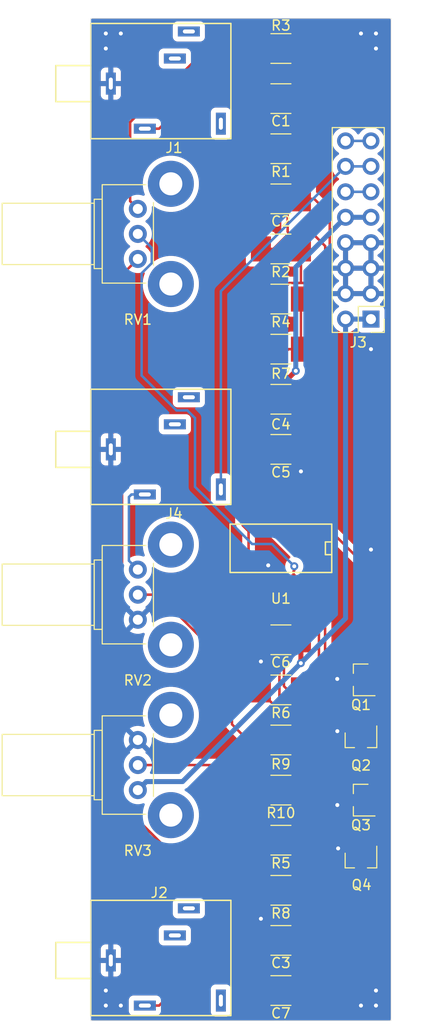
<source format=kicad_pcb>
(kicad_pcb (version 20241229) (generator "pcbnew") (generator_version "9.0")
  (layers (0 "F.Cu" signal) (2 "B.Cu" signal) (13 "F.Paste" user) (15 "B.Paste" user) (5 "F.SilkS" user "F.Silkscreen") (7 "B.SilkS" user "B.Silkscreen") (1 "F.Mask" user) (3 "B.Mask" user) (25 "Edge.Cuts" user))
  (net 0 "")
  (net 1 "Net-(C1-Pad2)")
  (net 2 "Net-(C1-Pad1)")
  (net 3 "Net-(C2-Pad1)")
  (net 4 "Net-(C3-Pad1)")
  (net 5 "GND")
  (net 6 "Net-(C4-Pad1)")
  (net 7 "Net-(C4-Pad2)")
  (net 8 "Net-(C5-Pad1)")
  (net 9 "Net-(C6-Pad2)")
  (net 10 "Net-(C7-Pad2)")
  (net 11 "Net-(C7-Pad1)")
  (net 12 "Net-(J1-Pad2)")
  (net 13 "Net-(J2-Pad2)")
  (net 14 "Net-(J3-Pad15)")
  (net 15 "Net-(J3-Pad13)")
  (net 16 "Net-(J3-Pad11)")
  (net 17 "Net-(J4-Pad3)")
  (net 18 "Net-(R1-Pad1)")
  (net 19 "Net-(R3-Pad1)")
  (net 20 "Net-(R4-Pad1)")
  (net 21 "Net-(R5-Pad2)")
  (net 22 "Net-(R10-Pad2)")
  (net 23 "Net-(R7-Pad1)")
  (net 24 "Net-(R8-Pad2)")
  (net 25 "Net-(R9-Pad1)")
  (net 26 "Net-(R10-Pad1)")
  (net 27 "Net-(RV1-Pad2)")
  (footprint "Capacitors_SMD:C_1210_HandSoldering" (layer "F.Cu") (at 19 8 180)
    (property "Reference" "C1" (at 0 -2.25 0) (layer "F.SilkS"))
    (property "Value" "10uF")
    (fp_line (start 1 -1.48) (end -1 -1.48) (stroke (width 0.12)) (layer "F.SilkS"))
    (fp_line (start -1 1.48) (end 1 1.48) (stroke (width 0.12)) (layer "F.SilkS"))
    (pad "1" smd rect (at -2 0 180) (size 2 2.5) (layers "F.Cu" "F.Mask" "F.Paste") (net 2 "Net-(C1-Pad1)"))
    (pad "2" smd rect (at 2 0 180) (size 2 2.5) (layers "F.Cu" "F.Mask" "F.Paste") (net 1 "Net-(C1-Pad2)"))
  )
  (footprint "Capacitors_SMD:C_1210_HandSoldering" (layer "F.Cu") (at 19 18 180)
    (property "Reference" "C2" (at 0 -2.25 0) (layer "F.SilkS"))
    (property "Value" "15uF")
    (fp_line (start 1 -1.48) (end -1 -1.48) (stroke (width 0.12)) (layer "F.SilkS"))
    (fp_line (start -1 1.48) (end 1 1.48) (stroke (width 0.12)) (layer "F.SilkS"))
    (pad "1" smd rect (at -2 0 180) (size 2 2.5) (layers "F.Cu" "F.Mask" "F.Paste") (net 3 "Net-(C2-Pad1)"))
    (pad "2" smd rect (at 2 0 180) (size 2 2.5) (layers "F.Cu" "F.Mask" "F.Paste") (net 2 "Net-(C1-Pad1)"))
  )
  (footprint "Capacitors_SMD:C_1210_HandSoldering" (layer "F.Cu") (at 19 92 180)
    (property "Reference" "C3" (at 0 -2.25 0) (layer "F.SilkS"))
    (property "Value" "100uF")
    (fp_line (start 1 -1.48) (end -1 -1.48) (stroke (width 0.12)) (layer "F.SilkS"))
    (fp_line (start -1 1.48) (end 1 1.48) (stroke (width 0.12)) (layer "F.SilkS"))
    (pad "1" smd rect (at -2 0 180) (size 2 2.5) (layers "F.Cu" "F.Mask" "F.Paste") (net 4 "Net-(C3-Pad1)"))
    (pad "2" smd rect (at 2 0 180) (size 2 2.5) (layers "F.Cu" "F.Mask" "F.Paste") (net 5 "GND"))
  )
  (footprint "Capacitors_SMD:C_1210_HandSoldering" (layer "F.Cu") (at 19 38)
    (property "Reference" "C4" (at -0.01046 2.50234 0) (layer "F.SilkS"))
    (property "Value" "15uF")
    (fp_line (start -1 1.48) (end 1 1.48) (stroke (width 0.12)) (layer "F.SilkS"))
    (fp_line (start 1 -1.48) (end -1 -1.48) (stroke (width 0.12)) (layer "F.SilkS"))
    (pad "1" smd rect (at -2 0) (size 2 2.5) (layers "F.Cu" "F.Mask" "F.Paste") (net 6 "Net-(C4-Pad1)"))
    (pad "2" smd rect (at 2 0) (size 2 2.5) (layers "F.Cu" "F.Mask" "F.Paste") (net 7 "Net-(C4-Pad2)"))
  )
  (footprint "Capacitors_SMD:C_1210_HandSoldering" (layer "F.Cu") (at 19 43)
    (property "Reference" "C5" (at -0.00254 2.28854 0) (layer "F.SilkS"))
    (property "Value" "100uF")
    (fp_line (start -1 1.48) (end 1 1.48) (stroke (width 0.12)) (layer "F.SilkS"))
    (fp_line (start 1 -1.48) (end -1 -1.48) (stroke (width 0.12)) (layer "F.SilkS"))
    (pad "1" smd rect (at -2 0) (size 2 2.5) (layers "F.Cu" "F.Mask" "F.Paste") (net 8 "Net-(C5-Pad1)"))
    (pad "2" smd rect (at 2 0) (size 2 2.5) (layers "F.Cu" "F.Mask" "F.Paste") (net 5 "GND"))
  )
  (footprint "Capacitors_SMD:C_1210_HandSoldering" (layer "F.Cu") (at 19 62)
    (property "Reference" "C6" (at -0.00254 2.25806 0) (layer "F.SilkS"))
    (property "Value" "100uF")
    (fp_line (start -1 1.48) (end 1 1.48) (stroke (width 0.12)) (layer "F.SilkS"))
    (fp_line (start 1 -1.48) (end -1 -1.48) (stroke (width 0.12)) (layer "F.SilkS"))
    (pad "1" smd rect (at -2 0) (size 2 2.5) (layers "F.Cu" "F.Mask" "F.Paste") (net 5 "GND"))
    (pad "2" smd rect (at 2 0) (size 2 2.5) (layers "F.Cu" "F.Mask" "F.Paste") (net 9 "Net-(C6-Pad2)"))
  )
  (footprint "Capacitors_SMD:C_1210_HandSoldering" (layer "F.Cu") (at 19 97)
    (property "Reference" "C7" (at -0.00508 2.2733 0) (layer "F.SilkS"))
    (property "Value" "10uF")
    (fp_line (start -1 1.48) (end 1 1.48) (stroke (width 0.12)) (layer "F.SilkS"))
    (fp_line (start 1 -1.48) (end -1 -1.48) (stroke (width 0.12)) (layer "F.SilkS"))
    (pad "1" smd rect (at -2 0) (size 2 2.5) (layers "F.Cu" "F.Mask" "F.Paste") (net 11 "Net-(C7-Pad1)"))
    (pad "2" smd rect (at 2 0) (size 2 2.5) (layers "F.Cu" "F.Mask" "F.Paste") (net 10 "Net-(C7-Pad2)"))
  )
  (footprint "Custom_Library:Mono_Jack_3.5mm_Switch_Switchcraft_35RAPC2AH3" (layer "F.Cu") (at 0 6.5)
    (property "Reference" "J1" (at 8.3185 6.4135 0) (layer "F.SilkS"))
    (property "Value" "AudioJack1_Switch")
    (fp_line (start -3.5 -1.8) (end -3.5 1.8) (stroke (width 0.15)) (layer "F.SilkS"))
    (fp_line (start 0 -6) (end 14 -6) (stroke (width 0.15)) (layer "F.SilkS"))
    (fp_line (start 0 -1.8) (end -3.5 -1.8) (stroke (width 0.15)) (layer "F.SilkS"))
    (fp_line (start 0 1.8) (end -3.5 1.8) (stroke (width 0.15)) (layer "F.SilkS"))
    (fp_line (start 0 5.5) (end 0 -6) (stroke (width 0.15)) (layer "F.SilkS"))
    (fp_line (start 14 -6) (end 14 5.5) (stroke (width 0.15)) (layer "F.SilkS"))
    (fp_line (start 14 5.5) (end 0 5.5) (stroke (width 0.15)) (layer "F.SilkS"))
    (pad "1" thru_hole rect (at 2 0) (size 1 2.2) (drill oval 0.4 1.2) (layers "*.Cu" "*.Mask") (net 5 "GND"))
    (pad "2" thru_hole rect (at 13 4) (size 1 2.2) (drill oval 0.4 1.2) (layers "*.Cu" "*.Mask") (net 12 "Net-(J1-Pad2)"))
    (pad "3" thru_hole rect (at 5.4 4.5) (size 2.2 1) (drill oval 1.2 0.4) (layers "*.Cu" "*.Mask") (net 1 "Net-(C1-Pad2)"))
    (pad "~" thru_hole rect (at 8.4 -2.5) (size 2.2 1) (drill oval 1.2 0.4) (layers "*.Cu" "*.Mask"))
    (pad "~" thru_hole rect (at 9.8 -5.2) (size 2.2 1) (drill oval 1.2 0.4) (layers "*.Cu" "*.Mask"))
  )
  (footprint "Custom_Library:Mono_Jack_3.5mm_Switch_Switchcraft_35RAPC2AH3" (layer "F.Cu") (at 0 94)
    (property "Reference" "J2" (at 6.83768 -6.75608 0) (layer "F.SilkS"))
    (property "Value" "AudioJack1_Switch")
    (fp_line (start -3.5 -1.8) (end -3.5 1.8) (stroke (width 0.15)) (layer "F.SilkS"))
    (fp_line (start 0 -6) (end 14 -6) (stroke (width 0.15)) (layer "F.SilkS"))
    (fp_line (start 0 -1.8) (end -3.5 -1.8) (stroke (width 0.15)) (layer "F.SilkS"))
    (fp_line (start 0 1.8) (end -3.5 1.8) (stroke (width 0.15)) (layer "F.SilkS"))
    (fp_line (start 0 5.5) (end 0 -6) (stroke (width 0.15)) (layer "F.SilkS"))
    (fp_line (start 14 -6) (end 14 5.5) (stroke (width 0.15)) (layer "F.SilkS"))
    (fp_line (start 14 5.5) (end 0 5.5) (stroke (width 0.15)) (layer "F.SilkS"))
    (pad "1" thru_hole rect (at 2 0) (size 1 2.2) (drill oval 0.4 1.2) (layers "*.Cu" "*.Mask") (net 5 "GND"))
    (pad "2" thru_hole rect (at 13 4) (size 1 2.2) (drill oval 0.4 1.2) (layers "*.Cu" "*.Mask") (net 13 "Net-(J2-Pad2)"))
    (pad "3" thru_hole rect (at 5.4 4.5) (size 2.2 1) (drill oval 1.2 0.4) (layers "*.Cu" "*.Mask") (net 11 "Net-(C7-Pad1)"))
    (pad "~" thru_hole rect (at 8.4 -2.5) (size 2.2 1) (drill oval 1.2 0.4) (layers "*.Cu" "*.Mask"))
    (pad "~" thru_hole rect (at 9.8 -5.2) (size 2.2 1) (drill oval 1.2 0.4) (layers "*.Cu" "*.Mask"))
  )
  (footprint "Pin_Headers:Pin_Header_Straight_2x08_Pitch2.54mm" (layer "F.Cu") (at 28 30 180)
    (property "Reference" "J3" (at 1.27 -2.33 0) (layer "F.SilkS"))
    (property "Value" "Conn_02x08_Odd_Even")
    (fp_line (start 3.87 -1.33) (end 3.87 19.11) (stroke (width 0.12)) (layer "F.SilkS"))
    (fp_line (start 1.27 1.27) (end 1.27 -1.33) (stroke (width 0.12)) (layer "F.SilkS"))
    (fp_line (start 1.27 -1.33) (end 3.87 -1.33) (stroke (width 0.12)) (layer "F.SilkS"))
    (fp_line (start -1.33 19.11) (end 3.87 19.11) (stroke (width 0.12)) (layer "F.SilkS"))
    (fp_line (start -1.33 1.27) (end 1.27 1.27) (stroke (width 0.12)) (layer "F.SilkS"))
    (fp_line (start -1.33 1.27) (end -1.33 19.11) (stroke (width 0.12)) (layer "F.SilkS"))
    (fp_line (start -1.33 0) (end -1.33 -1.33) (stroke (width 0.12)) (layer "F.SilkS"))
    (fp_line (start -1.33 -1.33) (end 0 -1.33) (stroke (width 0.12)) (layer "F.SilkS"))
    (pad "1" thru_hole rect (at 0 0 180) (size 1.7 1.7) (drill 1) (layers "*.Cu" "*.Mask") (net 9 "Net-(C6-Pad2)"))
    (pad "2" thru_hole oval (at 2.54 0 180) (size 1.7 1.7) (drill 1) (layers "*.Cu" "*.Mask") (net 9 "Net-(C6-Pad2)"))
    (pad "3" thru_hole oval (at 0 2.54 180) (size 1.7 1.7) (drill 1) (layers "*.Cu" "*.Mask") (net 5 "GND"))
    (pad "4" thru_hole oval (at 2.54 2.54 180) (size 1.7 1.7) (drill 1) (layers "*.Cu" "*.Mask") (net 5 "GND"))
    (pad "5" thru_hole oval (at 0 5.08 180) (size 1.7 1.7) (drill 1) (layers "*.Cu" "*.Mask") (net 5 "GND"))
    (pad "6" thru_hole oval (at 2.54 5.08 180) (size 1.7 1.7) (drill 1) (layers "*.Cu" "*.Mask") (net 5 "GND"))
    (pad "7" thru_hole oval (at 0 7.62 180) (size 1.7 1.7) (drill 1) (layers "*.Cu" "*.Mask") (net 5 "GND"))
    (pad "8" thru_hole oval (at 2.54 7.62 180) (size 1.7 1.7) (drill 1) (layers "*.Cu" "*.Mask") (net 5 "GND"))
    (pad "9" thru_hole oval (at 0 10.16 180) (size 1.7 1.7) (drill 1) (layers "*.Cu" "*.Mask") (net 8 "Net-(C5-Pad1)"))
    (pad "10" thru_hole oval (at 2.54 10.16 180) (size 1.7 1.7) (drill 1) (layers "*.Cu" "*.Mask") (net 8 "Net-(C5-Pad1)"))
    (pad "11" thru_hole oval (at 0 12.7 180) (size 1.7 1.7) (drill 1) (layers "*.Cu" "*.Mask") (net 16 "Net-(J3-Pad11)"))
    (pad "12" thru_hole oval (at 2.54 12.7 180) (size 1.7 1.7) (drill 1) (layers "*.Cu" "*.Mask") (net 16 "Net-(J3-Pad11)"))
    (pad "13" thru_hole oval (at 0 15.24 180) (size 1.7 1.7) (drill 1) (layers "*.Cu" "*.Mask") (net 15 "Net-(J3-Pad13)"))
    (pad "14" thru_hole oval (at 2.54 15.24 180) (size 1.7 1.7) (drill 1) (layers "*.Cu" "*.Mask") (net 15 "Net-(J3-Pad13)"))
    (pad "15" thru_hole oval (at 0 17.78 180) (size 1.7 1.7) (drill 1) (layers "*.Cu" "*.Mask") (net 14 "Net-(J3-Pad15)"))
    (pad "16" thru_hole oval (at 2.54 17.78 180) (size 1.7 1.7) (drill 1) (layers "*.Cu" "*.Mask") (net 14 "Net-(J3-Pad15)"))
  )
  (footprint "Custom_Library:Mono_Jack_3.5mm_Switch_Switchcraft_35RAPC2AH3" (layer "F.Cu") (at 0 43)
    (property "Reference" "J4" (at 8.3185 6.4135 0) (layer "F.SilkS"))
    (property "Value" "AudioJack1_Switch")
    (fp_line (start -3.5 -1.8) (end -3.5 1.8) (stroke (width 0.15)) (layer "F.SilkS"))
    (fp_line (start 0 -6) (end 14 -6) (stroke (width 0.15)) (layer "F.SilkS"))
    (fp_line (start 0 -1.8) (end -3.5 -1.8) (stroke (width 0.15)) (layer "F.SilkS"))
    (fp_line (start 0 1.8) (end -3.5 1.8) (stroke (width 0.15)) (layer "F.SilkS"))
    (fp_line (start 0 5.5) (end 0 -6) (stroke (width 0.15)) (layer "F.SilkS"))
    (fp_line (start 14 -6) (end 14 5.5) (stroke (width 0.15)) (layer "F.SilkS"))
    (fp_line (start 14 5.5) (end 0 5.5) (stroke (width 0.15)) (layer "F.SilkS"))
    (pad "1" thru_hole rect (at 2 0) (size 1 2.2) (drill oval 0.4 1.2) (layers "*.Cu" "*.Mask") (net 5 "GND"))
    (pad "2" thru_hole rect (at 13 4) (size 1 2.2) (drill oval 0.4 1.2) (layers "*.Cu" "*.Mask") (net 15 "Net-(J3-Pad13)"))
    (pad "3" thru_hole rect (at 5.4 4.5) (size 2.2 1) (drill oval 1.2 0.4) (layers "*.Cu" "*.Mask") (net 17 "Net-(J4-Pad3)"))
    (pad "~" thru_hole rect (at 8.4 -2.5) (size 2.2 1) (drill oval 1.2 0.4) (layers "*.Cu" "*.Mask"))
    (pad "~" thru_hole rect (at 9.8 -5.2) (size 2.2 1) (drill oval 1.2 0.4) (layers "*.Cu" "*.Mask"))
  )
  (footprint "TO_SOT_Packages_SMD:SOT-23" (layer "F.Cu") (at 27 66 180)
    (property "Reference" "Q1" (at 0 -2.5 0) (layer "F.SilkS"))
    (property "Value" "MMBT3904")
    (fp_line (start 0.76 1.58) (end 0.76 0.65) (stroke (width 0.12)) (layer "F.SilkS"))
    (fp_line (start 0.76 1.58) (end -0.7 1.58) (stroke (width 0.12)) (layer "F.SilkS"))
    (fp_line (start 0.76 -1.58) (end 0.76 -0.65) (stroke (width 0.12)) (layer "F.SilkS"))
    (fp_line (start 0.76 -1.58) (end -1.4 -1.58) (stroke (width 0.12)) (layer "F.SilkS"))
    (pad "1" smd rect (at -1 -0.95 180) (size 0.9 0.8) (layers "F.Cu" "F.Mask" "F.Paste") (net 4 "Net-(C3-Pad1)"))
    (pad "2" smd rect (at -1 0.95 180) (size 0.9 0.8) (layers "F.Cu" "F.Mask" "F.Paste") (net 3 "Net-(C2-Pad1)"))
    (pad "3" smd rect (at 1 0 180) (size 0.9 0.8) (layers "F.Cu" "F.Mask" "F.Paste") (net 5 "GND"))
  )
  (footprint "TO_SOT_Packages_SMD:SOT-23" (layer "F.Cu") (at 27 72 -90)
    (property "Reference" "Q2" (at 2.53746 -0.00762 180) (layer "F.SilkS"))
    (property "Value" "MMBT3904")
    (fp_line (start 0.76 1.58) (end -0.7 1.58) (stroke (width 0.12)) (layer "F.SilkS"))
    (fp_line (start 0.76 1.58) (end 0.76 0.65) (stroke (width 0.12)) (layer "F.SilkS"))
    (fp_line (start 0.76 -1.58) (end 0.76 -0.65) (stroke (width 0.12)) (layer "F.SilkS"))
    (fp_line (start 0.76 -1.58) (end -1.4 -1.58) (stroke (width 0.12)) (layer "F.SilkS"))
    (pad "1" smd rect (at -1 -0.95 270) (size 0.9 0.8) (layers "F.Cu" "F.Mask" "F.Paste") (net 4 "Net-(C3-Pad1)"))
    (pad "2" smd rect (at -1 0.95 270) (size 0.9 0.8) (layers "F.Cu" "F.Mask" "F.Paste") (net 5 "GND"))
    (pad "3" smd rect (at 1 0 270) (size 0.9 0.8) (layers "F.Cu" "F.Mask" "F.Paste") (net 3 "Net-(C2-Pad1)"))
  )
  (footprint "TO_SOT_Packages_SMD:SOT-23" (layer "F.Cu") (at 27 78 180)
    (property "Reference" "Q3" (at 0 -2.5 0) (layer "F.SilkS"))
    (property "Value" "MMBT3904")
    (fp_line (start 0.76 1.58) (end 0.76 0.65) (stroke (width 0.12)) (layer "F.SilkS"))
    (fp_line (start 0.76 1.58) (end -0.7 1.58) (stroke (width 0.12)) (layer "F.SilkS"))
    (fp_line (start 0.76 -1.58) (end 0.76 -0.65) (stroke (width 0.12)) (layer "F.SilkS"))
    (fp_line (start 0.76 -1.58) (end -1.4 -1.58) (stroke (width 0.12)) (layer "F.SilkS"))
    (pad "1" smd rect (at -1 -0.95 180) (size 0.9 0.8) (layers "F.Cu" "F.Mask" "F.Paste") (net 4 "Net-(C3-Pad1)"))
    (pad "2" smd rect (at -1 0.95 180) (size 0.9 0.8) (layers "F.Cu" "F.Mask" "F.Paste") (net 6 "Net-(C4-Pad1)"))
    (pad "3" smd rect (at 1 0 180) (size 0.9 0.8) (layers "F.Cu" "F.Mask" "F.Paste") (net 5 "GND"))
  )
  (footprint "Resistors_SMD:R_1210_HandSoldering" (layer "F.Cu") (at 19 13 180)
    (property "Reference" "R1" (at 0 -2.3 0) (layer "F.SilkS"))
    (property "Value" "22K")
    (fp_line (start 1 1.48) (end -1 1.48) (stroke (width 0.12)) (layer "F.SilkS"))
    (fp_line (start -1 -1.48) (end 1 -1.48) (stroke (width 0.12)) (layer "F.SilkS"))
    (pad "1" smd rect (at -2 0 180) (size 2 2.5) (layers "F.Cu" "F.Mask" "F.Paste") (net 18 "Net-(R1-Pad1)"))
    (pad "2" smd rect (at 2 0 180) (size 2 2.5) (layers "F.Cu" "F.Mask" "F.Paste") (net 2 "Net-(C1-Pad1)"))
  )
  (footprint "Resistors_SMD:R_1210_HandSoldering" (layer "F.Cu") (at 19 23 180)
    (property "Reference" "R2" (at 0 -2.3 0) (layer "F.SilkS"))
    (property "Value" "22K")
    (fp_line (start 1 1.48) (end -1 1.48) (stroke (width 0.12)) (layer "F.SilkS"))
    (fp_line (start -1 -1.48) (end 1 -1.48) (stroke (width 0.12)) (layer "F.SilkS"))
    (pad "1" smd rect (at -2 0 180) (size 2 2.5) (layers "F.Cu" "F.Mask" "F.Paste") (net 7 "Net-(C4-Pad2)"))
    (pad "2" smd rect (at 2 0 180) (size 2 2.5) (layers "F.Cu" "F.Mask" "F.Paste") (net 18 "Net-(R1-Pad1)"))
  )
  (footprint "Resistors_SMD:R_1210_HandSoldering" (layer "F.Cu") (at 19 3)
    (property "Reference" "R3" (at 0 -2.3 0) (layer "F.SilkS"))
    (property "Value" "10K")
    (fp_line (start -1 -1.48) (end 1 -1.48) (stroke (width 0.12)) (layer "F.SilkS"))
    (fp_line (start 1 1.48) (end -1 1.48) (stroke (width 0.12)) (layer "F.SilkS"))
    (pad "1" smd rect (at -2 0) (size 2 2.5) (layers "F.Cu" "F.Mask" "F.Paste") (net 19 "Net-(R3-Pad1)"))
    (pad "2" smd rect (at 2 0) (size 2 2.5) (layers "F.Cu" "F.Mask" "F.Paste") (net 2 "Net-(C1-Pad1)"))
  )
  (footprint "Resistors_SMD:R_1210_HandSoldering" (layer "F.Cu") (at 19 28 180)
    (property "Reference" "R4" (at 0 -2.3 0) (layer "F.SilkS"))
    (property "Value" "22K")
    (fp_line (start 1 1.48) (end -1 1.48) (stroke (width 0.12)) (layer "F.SilkS"))
    (fp_line (start -1 -1.48) (end 1 -1.48) (stroke (width 0.12)) (layer "F.SilkS"))
    (pad "1" smd rect (at -2 0 180) (size 2 2.5) (layers "F.Cu" "F.Mask" "F.Paste") (net 20 "Net-(R4-Pad1)"))
    (pad "2" smd rect (at 2 0 180) (size 2 2.5) (layers "F.Cu" "F.Mask" "F.Paste") (net 7 "Net-(C4-Pad2)"))
  )
  (footprint "Resistors_SMD:R_1210_HandSoldering" (layer "F.Cu") (at 19 82 180)
    (property "Reference" "R5" (at 0 -2.3 0) (layer "F.SilkS"))
    (property "Value" "4K7")
    (fp_line (start 1 1.48) (end -1 1.48) (stroke (width 0.12)) (layer "F.SilkS"))
    (fp_line (start -1 -1.48) (end 1 -1.48) (stroke (width 0.12)) (layer "F.SilkS"))
    (pad "1" smd rect (at -2 0 180) (size 2 2.5) (layers "F.Cu" "F.Mask" "F.Paste") (net 4 "Net-(C3-Pad1)"))
    (pad "2" smd rect (at 2 0 180) (size 2 2.5) (layers "F.Cu" "F.Mask" "F.Paste") (net 21 "Net-(R5-Pad2)"))
  )
  (footprint "Resistors_SMD:R_1210_HandSoldering" (layer "F.Cu") (at 19 67 180)
    (property "Reference" "R6" (at 0 -2.3 0) (layer "F.SilkS"))
    (property "Value" "100K")
    (fp_line (start 1 1.48) (end -1 1.48) (stroke (width 0.12)) (layer "F.SilkS"))
    (fp_line (start -1 -1.48) (end 1 -1.48) (stroke (width 0.12)) (layer "F.SilkS"))
    (pad "1" smd rect (at -2 0 180) (size 2 2.5) (layers "F.Cu" "F.Mask" "F.Paste") (net 22 "Net-(R10-Pad2)"))
    (pad "2" smd rect (at 2 0 180) (size 2 2.5) (layers "F.Cu" "F.Mask" "F.Paste") (net 21 "Net-(R5-Pad2)"))
  )
  (footprint "Resistors_SMD:R_1210_HandSoldering" (layer "F.Cu") (at 19 33)
    (property "Reference" "R7" (at -0.0003 2.4452 0) (layer "F.SilkS"))
    (property "Value" "22K")
    (fp_line (start -1 -1.48) (end 1 -1.48) (stroke (width 0.12)) (layer "F.SilkS"))
    (fp_line (start 1 1.48) (end -1 1.48) (stroke (width 0.12)) (layer "F.SilkS"))
    (pad "1" smd rect (at -2 0) (size 2 2.5) (layers "F.Cu" "F.Mask" "F.Paste") (net 23 "Net-(R7-Pad1)"))
    (pad "2" smd rect (at 2 0) (size 2 2.5) (layers "F.Cu" "F.Mask" "F.Paste") (net 20 "Net-(R4-Pad1)"))
  )
  (footprint "Resistors_SMD:R_1210_HandSoldering" (layer "F.Cu") (at 19 87 180)
    (property "Reference" "R8" (at 0 -2.3 0) (layer "F.SilkS"))
    (property "Value" "10K")
    (fp_line (start 1 1.48) (end -1 1.48) (stroke (width 0.12)) (layer "F.SilkS"))
    (fp_line (start -1 -1.48) (end 1 -1.48) (stroke (width 0.12)) (layer "F.SilkS"))
    (pad "1" smd rect (at -2 0 180) (size 2 2.5) (layers "F.Cu" "F.Mask" "F.Paste") (net 23 "Net-(R7-Pad1)"))
    (pad "2" smd rect (at 2 0 180) (size 2 2.5) (layers "F.Cu" "F.Mask" "F.Paste") (net 24 "Net-(R8-Pad2)"))
  )
  (footprint "Resistors_SMD:R_1210_HandSoldering" (layer "F.Cu") (at 19 72)
    (property "Reference" "R9" (at -0.00508 2.40792 0) (layer "F.SilkS"))
    (property "Value" "100K")
    (fp_line (start -1 -1.48) (end 1 -1.48) (stroke (width 0.12)) (layer "F.SilkS"))
    (fp_line (start 1 1.48) (end -1 1.48) (stroke (width 0.12)) (layer "F.SilkS"))
    (pad "1" smd rect (at -2 0) (size 2 2.5) (layers "F.Cu" "F.Mask" "F.Paste") (net 25 "Net-(R9-Pad1)"))
    (pad "2" smd rect (at 2 0) (size 2 2.5) (layers "F.Cu" "F.Mask" "F.Paste") (net 22 "Net-(R10-Pad2)"))
  )
  (footprint "Resistors_SMD:R_1210_HandSoldering" (layer "F.Cu") (at 19 77)
    (property "Reference" "R10" (at 0 2.27838 0) (layer "F.SilkS"))
    (property "Value" "100K")
    (fp_line (start -1 -1.48) (end 1 -1.48) (stroke (width 0.12)) (layer "F.SilkS"))
    (fp_line (start 1 1.48) (end -1 1.48) (stroke (width 0.12)) (layer "F.SilkS"))
    (pad "1" smd rect (at -2 0) (size 2 2.5) (layers "F.Cu" "F.Mask" "F.Paste") (net 26 "Net-(R10-Pad1)"))
    (pad "2" smd rect (at 2 0) (size 2 2.5) (layers "F.Cu" "F.Mask" "F.Paste") (net 22 "Net-(R10-Pad2)"))
  )
  (footprint "SMD_Packages:SOIC-14_N" (layer "F.Cu") (at 19 53 180)
    (property "Reference" "U1" (at 0.00284 -4.88864 0) (layer "F.SilkS"))
    (property "Value" "TL074")
    (fp_line (start 5.08 2.54) (end -5.08 2.54) (stroke (width 0.15)) (layer "F.SilkS"))
    (fp_line (start 5.08 -2.286) (end 5.08 2.54) (stroke (width 0.15)) (layer "F.SilkS"))
    (fp_line (start -4.445 0.762) (end -5.08 0.762) (stroke (width 0.15)) (layer "F.SilkS"))
    (fp_line (start -4.445 -0.508) (end -4.445 0.762) (stroke (width 0.15)) (layer "F.SilkS"))
    (fp_line (start -5.08 2.54) (end -5.08 -2.286) (stroke (width 0.15)) (layer "F.SilkS"))
    (fp_line (start -5.08 -0.508) (end -4.445 -0.508) (stroke (width 0.15)) (layer "F.SilkS"))
    (fp_line (start -5.08 -2.286) (end 5.08 -2.286) (stroke (width 0.15)) (layer "F.SilkS"))
    (pad "1" smd rect (at -3.81 3.302 180) (size 0.508 1.143) (layers "F.Cu" "F.Mask" "F.Paste") (net 7 "Net-(C4-Pad2)"))
    (pad "2" smd rect (at -2.54 3.302 180) (size 0.508 1.143) (layers "F.Cu" "F.Mask" "F.Paste") (net 18 "Net-(R1-Pad1)"))
    (pad "3" smd rect (at -1.27 3.302 180) (size 0.508 1.143) (layers "F.Cu" "F.Mask" "F.Paste") (net 3 "Net-(C2-Pad1)"))
    (pad "4" smd rect (at 0 3.302 180) (size 0.508 1.143) (layers "F.Cu" "F.Mask" "F.Paste") (net 8 "Net-(C5-Pad1)"))
    (pad "5" smd rect (at 1.27 3.302 180) (size 0.508 1.143) (layers "F.Cu" "F.Mask" "F.Paste") (net 6 "Net-(C4-Pad1)"))
    (pad "6" smd rect (at 2.54 3.302 180) (size 0.508 1.143) (layers "F.Cu" "F.Mask" "F.Paste") (net 20 "Net-(R4-Pad1)"))
    (pad "7" smd rect (at 3.81 3.302 180) (size 0.508 1.143) (layers "F.Cu" "F.Mask" "F.Paste") (net 23 "Net-(R7-Pad1)"))
    (pad "8" smd rect (at 3.81 -3.048 180) (size 0.508 1.143) (layers "F.Cu" "F.Mask" "F.Paste") (net 21 "Net-(R5-Pad2)"))
    (pad "9" smd rect (at 2.54 -3.048 180) (size 0.508 1.143) (layers "F.Cu" "F.Mask" "F.Paste") (net 22 "Net-(R10-Pad2)"))
    (pad "10" smd rect (at 1.27 -3.048 180) (size 0.508 1.143) (layers "F.Cu" "F.Mask" "F.Paste") (net 5 "GND"))
    (pad "11" smd rect (at 0 -3.048 180) (size 0.508 1.143) (layers "F.Cu" "F.Mask" "F.Paste") (net 9 "Net-(C6-Pad2)"))
    (pad "12" smd rect (at -1.27 -3.048 180) (size 0.508 1.143) (layers "F.Cu" "F.Mask" "F.Paste") (net 27 "Net-(RV1-Pad2)"))
    (pad "13" smd rect (at -2.54 -3.048 180) (size 0.508 1.143) (layers "F.Cu" "F.Mask" "F.Paste") (net 10 "Net-(C7-Pad2)"))
    (pad "14" smd rect (at -3.81 -3.048 180) (size 0.508 1.143) (layers "F.Cu" "F.Mask" "F.Paste") (net 10 "Net-(C7-Pad2)"))
  )
  (footprint "TO_SOT_Packages_SMD:SOT-23" (layer "F.Cu") (at 27 84 -90)
    (property "Reference" "Q4" (at 2.46634 -0.05588 180) (layer "F.SilkS"))
    (property "Value" "MMBT3904")
    (fp_line (start 0.76 1.58) (end -0.7 1.58) (stroke (width 0.12)) (layer "F.SilkS"))
    (fp_line (start 0.76 1.58) (end 0.76 0.65) (stroke (width 0.12)) (layer "F.SilkS"))
    (fp_line (start 0.76 -1.58) (end 0.76 -0.65) (stroke (width 0.12)) (layer "F.SilkS"))
    (fp_line (start 0.76 -1.58) (end -1.4 -1.58) (stroke (width 0.12)) (layer "F.SilkS"))
    (pad "1" smd rect (at -1 -0.95 270) (size 0.9 0.8) (layers "F.Cu" "F.Mask" "F.Paste") (net 4 "Net-(C3-Pad1)"))
    (pad "2" smd rect (at -1 0.95 270) (size 0.9 0.8) (layers "F.Cu" "F.Mask" "F.Paste") (net 5 "GND"))
    (pad "3" smd rect (at 1 0 270) (size 0.9 0.8) (layers "F.Cu" "F.Mask" "F.Paste") (net 6 "Net-(C4-Pad1)"))
  )
  (footprint "Potentiometers:Potentiometer_Bourns_PTV09A-2_Vertical" (layer "F.Cu") (at 4.7 19 180)
    (property "Reference" "RV1" (at 0 -11.05 0) (layer "F.SilkS"))
    (property "Value" "500K")
    (fp_line (start 13.56 -5.56) (end 13.56 0.56) (stroke (width 0.12)) (layer "F.SilkS"))
    (fp_line (start 4.36 0.56) (end 13.56 0.56) (stroke (width 0.12)) (layer "F.SilkS"))
    (fp_line (start 4.36 -5.56) (end 13.56 -5.56) (stroke (width 0.12)) (layer "F.SilkS"))
    (fp_line (start 4.36 -5.56) (end 4.36 0.56) (stroke (width 0.12)) (layer "F.SilkS"))
    (fp_line (start 4.36 -5.96) (end 4.36 0.96) (stroke (width 0.12)) (layer "F.SilkS"))
    (fp_line (start 3.56 0.96) (end 4.36 0.96) (stroke (width 0.12)) (layer "F.SilkS"))
    (fp_line (start 3.56 -5.96) (end 4.36 -5.96) (stroke (width 0.12)) (layer "F.SilkS"))
    (fp_line (start 3.56 -5.96) (end 3.56 0.96) (stroke (width 0.12)) (layer "F.SilkS"))
    (fp_line (start 3.56 -7.41) (end 3.56 2.41) (stroke (width 0.12)) (layer "F.SilkS"))
    (fp_line (start -0.805 2.41) (end 3.56 2.41) (stroke (width 0.12)) (layer "F.SilkS"))
    (fp_line (start -0.805 -7.41) (end 3.56 -7.41) (stroke (width 0.12)) (layer "F.SilkS"))
    (fp_line (start -1.56 -5.625) (end -1.56 0.625) (stroke (width 0.12)) (layer "F.SilkS"))
    (pad "0" thru_hole circle (at -3.3 -7.5 180) (size 4.6 4.6) (drill 2.3) (layers "*.Cu" "*.Mask"))
    (pad "0" thru_hole circle (at -3.3 2.5 180) (size 4.6 4.6) (drill 2.3) (layers "*.Cu" "*.Mask"))
    (pad "1" thru_hole circle (at 0 0 180) (size 1.8 1.8) (drill 1) (layers "*.Cu" "*.Mask") (net 19 "Net-(R3-Pad1)"))
    (pad "2" thru_hole circle (at 0 -2.5 180) (size 1.8 1.8) (drill 1) (layers "*.Cu" "*.Mask") (net 27 "Net-(RV1-Pad2)"))
    (pad "3" thru_hole circle (at 0 -5 180) (size 1.8 1.8) (drill 1) (layers "*.Cu" "*.Mask") (net 24 "Net-(R8-Pad2)"))
  )
  (footprint "Potentiometers:Potentiometer_Bourns_PTV09A-2_Vertical" (layer "F.Cu") (at 4.7 55 180)
    (property "Reference" "RV2" (at 0 -11.05 0) (layer "F.SilkS"))
    (property "Value" "500K")
    (fp_line (start 13.56 -5.56) (end 13.56 0.56) (stroke (width 0.12)) (layer "F.SilkS"))
    (fp_line (start 4.36 0.56) (end 13.56 0.56) (stroke (width 0.12)) (layer "F.SilkS"))
    (fp_line (start 4.36 -5.56) (end 13.56 -5.56) (stroke (width 0.12)) (layer "F.SilkS"))
    (fp_line (start 4.36 -5.56) (end 4.36 0.56) (stroke (width 0.12)) (layer "F.SilkS"))
    (fp_line (start 4.36 -5.96) (end 4.36 0.96) (stroke (width 0.12)) (layer "F.SilkS"))
    (fp_line (start 3.56 0.96) (end 4.36 0.96) (stroke (width 0.12)) (layer "F.SilkS"))
    (fp_line (start 3.56 -5.96) (end 4.36 -5.96) (stroke (width 0.12)) (layer "F.SilkS"))
    (fp_line (start 3.56 -5.96) (end 3.56 0.96) (stroke (width 0.12)) (layer "F.SilkS"))
    (fp_line (start 3.56 -7.41) (end 3.56 2.41) (stroke (width 0.12)) (layer "F.SilkS"))
    (fp_line (start -0.805 2.41) (end 3.56 2.41) (stroke (width 0.12)) (layer "F.SilkS"))
    (fp_line (start -0.805 -7.41) (end 3.56 -7.41) (stroke (width 0.12)) (layer "F.SilkS"))
    (fp_line (start -1.56 -5.625) (end -1.56 0.625) (stroke (width 0.12)) (layer "F.SilkS"))
    (pad "0" thru_hole circle (at -3.3 -7.5 180) (size 4.6 4.6) (drill 2.3) (layers "*.Cu" "*.Mask"))
    (pad "0" thru_hole circle (at -3.3 2.5 180) (size 4.6 4.6) (drill 2.3) (layers "*.Cu" "*.Mask"))
    (pad "1" thru_hole circle (at 0 0 180) (size 1.8 1.8) (drill 1) (layers "*.Cu" "*.Mask") (net 17 "Net-(J4-Pad3)"))
    (pad "2" thru_hole circle (at 0 -2.5 180) (size 1.8 1.8) (drill 1) (layers "*.Cu" "*.Mask") (net 25 "Net-(R9-Pad1)"))
    (pad "3" thru_hole circle (at 0 -5 180) (size 1.8 1.8) (drill 1) (layers "*.Cu" "*.Mask") (net 5 "GND"))
  )
  (footprint "Potentiometers:Potentiometer_Bourns_PTV09A-2_Vertical" (layer "F.Cu") (at 4.7 72 180)
    (property "Reference" "RV3" (at 0 -11.05 0) (layer "F.SilkS"))
    (property "Value" "500K")
    (fp_line (start 13.56 -5.56) (end 13.56 0.56) (stroke (width 0.12)) (layer "F.SilkS"))
    (fp_line (start 4.36 0.56) (end 13.56 0.56) (stroke (width 0.12)) (layer "F.SilkS"))
    (fp_line (start 4.36 -5.56) (end 13.56 -5.56) (stroke (width 0.12)) (layer "F.SilkS"))
    (fp_line (start 4.36 -5.56) (end 4.36 0.56) (stroke (width 0.12)) (layer "F.SilkS"))
    (fp_line (start 4.36 -5.96) (end 4.36 0.96) (stroke (width 0.12)) (layer "F.SilkS"))
    (fp_line (start 3.56 0.96) (end 4.36 0.96) (stroke (width 0.12)) (layer "F.SilkS"))
    (fp_line (start 3.56 -5.96) (end 4.36 -5.96) (stroke (width 0.12)) (layer "F.SilkS"))
    (fp_line (start 3.56 -5.96) (end 3.56 0.96) (stroke (width 0.12)) (layer "F.SilkS"))
    (fp_line (start 3.56 -7.41) (end 3.56 2.41) (stroke (width 0.12)) (layer "F.SilkS"))
    (fp_line (start -0.805 2.41) (end 3.56 2.41) (stroke (width 0.12)) (layer "F.SilkS"))
    (fp_line (start -0.805 -7.41) (end 3.56 -7.41) (stroke (width 0.12)) (layer "F.SilkS"))
    (fp_line (start -1.56 -5.625) (end -1.56 0.625) (stroke (width 0.12)) (layer "F.SilkS"))
    (pad "0" thru_hole circle (at -3.3 -7.5 180) (size 4.6 4.6) (drill 2.3) (layers "*.Cu" "*.Mask"))
    (pad "0" thru_hole circle (at -3.3 2.5 180) (size 4.6 4.6) (drill 2.3) (layers "*.Cu" "*.Mask"))
    (pad "1" thru_hole circle (at 0 0 180) (size 1.8 1.8) (drill 1) (layers "*.Cu" "*.Mask") (net 5 "GND"))
    (pad "2" thru_hole circle (at 0 -2.5 180) (size 1.8 1.8) (drill 1) (layers "*.Cu" "*.Mask") (net 26 "Net-(R10-Pad1)"))
    (pad "3" thru_hole circle (at 0 -5 180) (size 1.8 1.8) (drill 1) (layers "*.Cu" "*.Mask") (net 9 "Net-(C6-Pad2)"))
  )
  (gr_line (start 0 0) (end 0 100) (stroke (width 0.05)) (layer "Edge.Cuts"))
  (gr_line (start 0 0) (end 30 0) (stroke (width 0.05)) (layer "Edge.Cuts"))
  (gr_line (start 0 100) (end 30 100) (stroke (width 0.05)) (layer "Edge.Cuts"))
  (gr_line (start 30 0) (end 30 100) (stroke (width 0.05)) (layer "Edge.Cuts"))
  (segment (start 6.8253 11) (end 9.8253 8) (width 0.25) (layer "F.Cu") (net 1))
  (segment (start 5.4 11) (end 6.8253 11) (width 0.25) (layer "F.Cu") (net 1))
  (segment (start 9.8253 8) (end 17 8) (width 0.25) (layer "F.Cu") (net 1))
  (segment (start 21 9.5753) (end 20.9748 9.5753) (width 0.25) (layer "F.Cu") (net 2))
  (segment (start 17.5501 13) (end 17 13.5501) (width 0.25) (layer "F.Cu") (net 2))
  (segment (start 21 3) (end 21 8) (width 0.25) (layer "F.Cu") (net 2))
  (segment (start 17 13) (end 17.5501 13) (width 0.25) (layer "F.Cu") (net 2))
  (segment (start 21 8) (end 21 9.5753) (width 0.25) (layer "F.Cu") (net 2))
  (segment (start 20.9748 9.5753) (end 17.5501 13) (width 0.25) (layer "F.Cu") (net 2))
  (segment (start 17 13.5501) (end 17 18) (width 0.25) (layer "F.Cu") (net 2))
  (segment (start 21 18) (end 22.3253 18) (width 0.25) (layer "F.Cu") (net 3))
  (segment (start 27 73) (end 27 72.2247) (width 0.25) (layer "F.Cu") (net 3))
  (segment (start 20.27 49.698) (end 20.27 50.5948) (width 0.25) (layer "F.Cu") (net 3))
  (segment (start 28 65.516) (end 28 65.05) (width 0.25) (layer "F.Cu") (net 3))
  (segment (start 20.27 50.5948) (end 20.7211 51.0459) (width 0.25) (layer "F.Cu") (net 3))
  (segment (start 27 72.2247) (end 27.0754 72.1493) (width 0.25) (layer "F.Cu") (net 3))
  (segment (start 23.8806 51.0459) (end 28 55.1653) (width 0.25) (layer "F.Cu") (net 3))
  (segment (start 27.0754 72.1493) (end 27.0754 66.4406) (width 0.25) (layer "F.Cu") (net 3))
  (segment (start 23.8806 19.5553) (end 22.3253 18) (width 0.25) (layer "F.Cu") (net 3))
  (segment (start 27.0754 66.4406) (end 28 65.516) (width 0.25) (layer "F.Cu") (net 3))
  (segment (start 28 55.1653) (end 28 65.05) (width 0.25) (layer "F.Cu") (net 3))
  (segment (start 20.7211 51.0459) (end 23.8806 51.0459) (width 0.25) (layer "F.Cu") (net 3))
  (segment (start 23.8806 51.0459) (end 23.8806 19.5553) (width 0.25) (layer "F.Cu") (net 3))
  (segment (start 19.304 94.2461) (end 19.304 98.298) (width 0.25) (layer "F.Cu") (net 4))
  (segment (start 22.046 92) (end 22.352 91.694) (width 0.25) (layer "F.Cu") (net 4))
  (segment (start 22.352 84.9273) (end 21 83.5753) (width 0.25) (layer "F.Cu") (net 4))
  (segment (start 27.95 83) (end 27.95 79) (width 0.25) (layer "F.Cu") (net 4))
  (segment (start 28 78.95) (end 28 78.406) (width 0.25) (layer "F.Cu") (net 4))
  (segment (start 27.95 93.208) (end 27.95 83) (width 0.25) (layer "F.Cu") (net 4))
  (segment (start 21.5501 92) (end 22.046 92) (width 0.25) (layer "F.Cu") (net 4))
  (segment (start 28.7754 71.1001) (end 28.6753 71) (width 0.25) (layer "F.Cu") (net 4))
  (segment (start 28 70.1747) (end 28 66.95) (width 0.25) (layer "F.Cu") (net 4))
  (segment (start 19.304 98.298) (end 19.812 98.806) (width 0.25) (layer "F.Cu") (net 4))
  (segment (start 27.95 79) (end 28 78.95) (width 0.25) (layer "F.Cu") (net 4))
  (segment (start 21.5501 92) (end 19.304 94.2461) (width 0.25) (layer "F.Cu") (net 4))
  (segment (start 22.352 91.694) (end 22.352 84.9273) (width 0.25) (layer "F.Cu") (net 4))
  (segment (start 27.95 71) (end 27.95 70.2247) (width 0.25) (layer "F.Cu") (net 4))
  (segment (start 28 78.406) (end 28.7754 77.6306) (width 0.25) (layer "F.Cu") (net 4))
  (segment (start 19.812 98.806) (end 22.352 98.806) (width 0.25) (layer "F.Cu") (net 4))
  (segment (start 21 83.5753) (end 21 82) (width 0.25) (layer "F.Cu") (net 4))
  (segment (start 22.352 98.806) (end 27.95 93.208) (width 0.25) (layer "F.Cu") (net 4))
  (segment (start 28.6753 71) (end 27.95 71) (width 0.25) (layer "F.Cu") (net 4))
  (segment (start 21 92) (end 21.5501 92) (width 0.25) (layer "F.Cu") (net 4))
  (segment (start 27.95 70.2247) (end 28 70.1747) (width 0.25) (layer "F.Cu") (net 4))
  (segment (start 28.7754 77.6306) (end 28.7754 71.1001) (width 0.25) (layer "F.Cu") (net 4))
  (segment (start 17 89.8377) (end 17 92) (width 0.5) (layer "F.Cu") (net 5))
  (segment (start 17 64.1676) (end 17 62) (width 0.5) (layer "F.Cu") (net 5))
  (segment (start 24.6302 65.9074) (end 24.7071 65.9074) (width 0.5) (layer "F.Cu") (net 5))
  (segment (start 26.05 71) (end 24.758 71) (width 0.5) (layer "F.Cu") (net 5))
  (segment (start 24.6382 78.4906) (end 24.7997 78.3291) (width 0.5) (layer "F.Cu") (net 5))
  (segment (start 26 78) (end 24.7997 78) (width 0.5) (layer "F.Cu") (net 5))
  (segment (start 24.8997 83) (end 24.7178 82.8181) (width 0.5) (layer "F.Cu") (net 5))
  (segment (start 17.73 54.5737) (end 17.73 56.048) (width 0.5) (layer "F.Cu") (net 5))
  (segment (start 26 66) (end 24.7997 66) (width 0.5) (layer "F.Cu") (net 5))
  (segment (start 21 43) (end 21 45.1977) (width 0.5) (layer "F.Cu") (net 5))
  (segment (start 24.7997 78.3291) (end 24.7997 78) (width 0.5) (layer "F.Cu") (net 5))
  (segment (start 26.05 83) (end 24.8997 83) (width 0.5) (layer "F.Cu") (net 5))
  (segment (start 24.7071 65.9074) (end 24.7997 66) (width 0.5) (layer "F.Cu") (net 5))
  (segment (start 24.758 71) (end 24.638 71.12) (width 0.5) (layer "F.Cu") (net 5))
  (via (at 1.5 98.5) (size 0.8) (drill 0.4) (layers "F.Cu" "B.Cu") (net 5))
  (via (at 28 33) (size 0.8) (drill 0.4) (layers "F.Cu" "B.Cu") (net 5))
  (via (at 28.5 98.5) (size 0.8) (drill 0.4) (layers "F.Cu" "B.Cu") (net 5))
  (via (at 1.5 3) (size 0.8) (drill 0.4) (layers "F.Cu" "B.Cu") (net 5))
  (via (at 28.5 97) (size 0.8) (drill 0.4) (layers "F.Cu" "B.Cu") (net 5))
  (via (at 28.5 1.5) (size 0.8) (drill 0.4) (layers "F.Cu" "B.Cu") (net 5))
  (via (at 17 64.1676) (size 0.8) (drill 0.4) (layers "F.Cu" "B.Cu") (net 5))
  (via (at 1.5 97) (size 0.8) (drill 0.4) (layers "F.Cu" "B.Cu") (net 5))
  (via (at 28.5 3) (size 0.8) (drill 0.4) (layers "F.Cu" "B.Cu") (net 5))
  (via (at 1.5 1.5) (size 0.8) (drill 0.4) (layers "F.Cu" "B.Cu") (net 5))
  (via (at 28 53) (size 0.8) (drill 0.4) (layers "F.Cu" "B.Cu") (net 5))
  (via (at 24.6302 65.9074) (size 0.8) (drill 0.4) (layers "F.Cu" "B.Cu") (net 5))
  (via (at 24.7178 82.8181) (size 0.8) (drill 0.4) (layers "F.Cu" "B.Cu") (net 5))
  (via (at 27 98.5) (size 0.8) (drill 0.4) (layers "F.Cu" "B.Cu") (net 5))
  (via (at 21 45.1977) (size 0.8) (drill 0.4) (layers "F.Cu" "B.Cu") (net 5))
  (via (at 3 98.5) (size 0.8) (drill 0.4) (layers "F.Cu" "B.Cu") (net 5))
  (via (at 17.73 54.5737) (size 0.8) (drill 0.4) (layers "F.Cu" "B.Cu") (net 5))
  (via (at 27 1.5) (size 0.8) (drill 0.4) (layers "F.Cu" "B.Cu") (net 5))
  (via (at 24.638 71.12) (size 0.8) (drill 0.4) (layers "F.Cu" "B.Cu") (net 5))
  (via (at 24.6382 78.4906) (size 0.8) (drill 0.4) (layers "F.Cu" "B.Cu") (net 5))
  (via (at 3 1.5) (size 0.8) (drill 0.4) (layers "F.Cu" "B.Cu") (net 5))
  (via (at 17 89.8377) (size 0.8) (drill 0.4) (layers "F.Cu" "B.Cu") (net 5))
  (segment (start 27 84.2247) (end 27 85) (width 0.25) (layer "F.Cu") (net 6))
  (segment (start 28 77.05) (end 27.2246 77.8254) (width 0.25) (layer "F.Cu") (net 6))
  (segment (start 23.4154 71.9294) (end 28 76.514) (width 0.25) (layer "F.Cu") (net 6))
  (segment (start 15.3597 46.4309) (end 17.73 48.8012) (width 0.25) (layer "F.Cu") (net 6))
  (segment (start 17.73 49.2496) (end 17.73 48.8012) (width 0.25) (layer "F.Cu") (net 6))
  (segment (start 15.6747 38) (end 15.3597 38.315) (width 0.25) (layer "F.Cu") (net 6))
  (segment (start 28 76.514) (end 28 77.05) (width 0.25) (layer "F.Cu") (net 6))
  (segment (start 17.73 50.5948) (end 20.4589 53.3237) (width 0.25) (layer "F.Cu") (net 6))
  (segment (start 17.73 49.698) (end 17.73 50.5948) (width 0.25) (layer "F.Cu") (net 6))
  (segment (start 15.3597 38.315) (end 15.3597 46.4309) (width 0.25) (layer "F.Cu") (net 6))
  (segment (start 23.4154 55.33) (end 23.4154 71.9294) (width 0.25) (layer "F.Cu") (net 6))
  (segment (start 17.73 49.2496) (end 17.73 49.698) (width 0.25) (layer "F.Cu") (net 6))
  (segment (start 27.2246 77.8254) (end 27.2246 84.0001) (width 0.25) (layer "F.Cu") (net 6))
  (segment (start 17 38) (end 15.6747 38) (width 0.25) (layer "F.Cu") (net 6))
  (segment (start 21.4091 53.3237) (end 23.4154 55.33) (width 0.25) (layer "F.Cu") (net 6))
  (segment (start 27.2246 84.0001) (end 27 84.2247) (width 0.25) (layer "F.Cu") (net 6))
  (segment (start 20.4589 53.3237) (end 21.4091 53.3237) (width 0.25) (layer "F.Cu") (net 6))
  (segment (start 22.81 38.4847) (end 22.3253 38) (width 0.25) (layer "F.Cu") (net 7))
  (segment (start 18.3253 27.9172) (end 18.3253 28) (width 0.25) (layer "F.Cu") (net 7))
  (segment (start 21 26.3945) (end 19.848 26.3945) (width 0.25) (layer "F.Cu") (net 7))
  (segment (start 21 23) (end 21 26.3945) (width 0.25) (layer "F.Cu") (net 7))
  (segment (start 22.81 49.698) (end 22.81 38.4847) (width 0.25) (layer "F.Cu") (net 7))
  (segment (start 17 28) (end 18.3253 28) (width 0.25) (layer "F.Cu") (net 7))
  (segment (start 22.3253 26.5601) (end 22.3253 38) (width 0.25) (layer "F.Cu") (net 7))
  (segment (start 22.1597 26.3945) (end 22.3253 26.5601) (width 0.25) (layer "F.Cu") (net 7))
  (segment (start 21 38) (end 22.3253 38) (width 0.25) (layer "F.Cu") (net 7))
  (segment (start 19.848 26.3945) (end 18.3253 27.9172) (width 0.25) (layer "F.Cu") (net 7))
  (segment (start 21 26.3945) (end 22.1597 26.3945) (width 0.25) (layer "F.Cu") (net 7))
  (segment (start 18.7502 43) (end 19 43.2498) (width 0.5) (layer "F.Cu") (net 8))
  (segment (start 17 43) (end 18.5002 43) (width 0.5) (layer "F.Cu") (net 8))
  (segment (start 18.7504 42.9998) (end 18.7504 36.9042) (width 0.5) (layer "F.Cu") (net 8))
  (segment (start 18.7502 43) (end 18.7504 42.9998) (width 0.5) (layer "F.Cu") (net 8))
  (segment (start 18.5002 43) (end 18.7502 43) (width 0.5) (layer "F.Cu") (net 8))
  (segment (start 18.7504 36.9042) (end 20.4877 35.1669) (width 0.5) (layer "F.Cu") (net 8))
  (segment (start 19 43.2498) (end 19 49.698) (width 0.5) (layer "F.Cu") (net 8))
  (via (at 20.4877 35.1669) (size 0.8) (drill 0.4) (layers "F.Cu" "B.Cu") (net 8))
  (segment (start 25.46 19.84) (end 26.3997 19.84) (width 0.5) (layer "B.Cu") (net 8))
  (segment (start 20.4877 35.1669) (end 20.4877 24.8123) (width 0.5) (layer "B.Cu") (net 8))
  (segment (start 28 19.84) (end 26.3997 19.84) (width 0.5) (layer "B.Cu") (net 8))
  (segment (start 20.4877 24.8123) (end 25.46 19.84) (width 0.5) (layer "B.Cu") (net 8))
  (segment (start 21 59.3698) (end 21 62) (width 0.5) (layer "F.Cu") (net 9))
  (segment (start 20.988 64.0123) (end 20.988 64.3324) (width 0.5) (layer "F.Cu") (net 9))
  (segment (start 19 57.3698) (end 21 59.3698) (width 0.5) (layer "F.Cu") (net 9))
  (segment (start 21 64.0003) (end 20.988 64.0123) (width 0.5) (layer "F.Cu") (net 9))
  (segment (start 21 62) (end 21 64.0003) (width 0.5) (layer "F.Cu") (net 9))
  (segment (start 19 56.048) (end 19 57.3698) (width 0.5) (layer "F.Cu") (net 9))
  (via (at 20.988 64.3324) (size 0.8) (drill 0.4) (layers "F.Cu" "B.Cu") (net 9))
  (segment (start 5.5496 76.1504) (end 4.7 77) (width 0.5) (layer "B.Cu") (net 9))
  (segment (start 28 30) (end 26.3997 30) (width 0.5) (layer "B.Cu") (net 9))
  (segment (start 25.46 30) (end 26.3997 30) (width 0.5) (layer "B.Cu") (net 9))
  (segment (start 9.17 76.1504) (end 5.5496 76.1504) (width 0.5) (layer "B.Cu") (net 9))
  (segment (start 25.46 59.8604) (end 20.988 64.3324) (width 0.5) (layer "B.Cu") (net 9))
  (segment (start 20.988 64.3324) (end 9.17 76.1504) (width 0.5) (layer "B.Cu") (net 9))
  (segment (start 25.46 30) (end 25.46 59.8604) (width 0.5) (layer "B.Cu") (net 9))
  (segment (start 21.54 56.048) (end 21.54 56.9448) (width 0.25) (layer "F.Cu") (net 10))
  (segment (start 22.802009 96.447991) (end 22.25 97) (width 0.25) (layer "F.Cu") (net 10))
  (segment (start 22.7756 56.9448) (end 22.81 56.9448) (width 0.25) (layer "F.Cu") (net 10))
  (segment (start 22.25 97) (end 21 97) (width 0.25) (layer "F.Cu") (net 10))
  (segment (start 22.7756 56.9448) (end 22.802009 56.971209) (width 0.25) (layer "F.Cu") (net 10))
  (segment (start 22.81 56.048) (end 22.81 56.9448) (width 0.25) (layer "F.Cu") (net 10))
  (segment (start 22.802009 56.971209) (end 22.802009 96.447991) (width 0.25) (layer "F.Cu") (net 10))
  (segment (start 21.54 56.9448) (end 22.7756 56.9448) (width 0.25) (layer "F.Cu") (net 10))
  (segment (start 14.9407 96.266) (end 15.6747 97) (width 0.25) (layer "F.Cu") (net 11))
  (segment (start 5.4 98.5) (end 6.8253 98.5) (width 0.25) (layer "F.Cu") (net 11))
  (segment (start 15.6747 97) (end 17 97) (width 0.25) (layer "F.Cu") (net 11))
  (segment (start 6.8253 98.5) (end 9.0593 96.266) (width 0.25) (layer "F.Cu") (net 11))
  (segment (start 9.0593 96.266) (end 14.9407 96.266) (width 0.25) (layer "F.Cu") (net 11))
  (segment (start 28 12.22) (end 25.46 12.22) (width 0.25) (layer "B.Cu") (net 14))
  (segment (start 25.46 14.76) (end 13 27.22) (width 0.25) (layer "B.Cu") (net 15))
  (segment (start 13 27.22) (end 13 47) (width 0.25) (layer "B.Cu") (net 15))
  (segment (start 25.46 14.76) (end 28 14.76) (width 0.25) (layer "B.Cu") (net 15))
  (segment (start 28 17.3) (end 25.46 17.3) (width 0.25) (layer "B.Cu") (net 16))
  (segment (start 4.062 47.5) (end 5.4 47.5) (width 0.25) (layer "B.Cu") (net 17))
  (segment (start 3.81 47.752) (end 4.062 47.5) (width 0.25) (layer "B.Cu") (net 17))
  (segment (start 3.81 54.11) (end 3.81 47.752) (width 0.25) (layer "B.Cu") (net 17))
  (segment (start 4.7 55) (end 3.81 54.11) (width 0.25) (layer "B.Cu") (net 17))
  (segment (start 19.8179 21.4246) (end 19.6747 21.2814) (width 0.25) (layer "F.Cu") (net 18))
  (segment (start 21.54 49.698) (end 21.54 50.5948) (width 0.25) (layer "F.Cu") (net 18))
  (segment (start 23.2901 50.5948) (end 23.4266 50.4583) (width 0.25) (layer "F.Cu") (net 18))
  (segment (start 23.4266 50.4583) (end 23.4266 22.7131) (width 0.25) (layer "F.Cu") (net 18))
  (segment (start 21 13) (end 19.6747 13) (width 0.25) (layer "F.Cu") (net 18))
  (segment (start 23.4266 22.7131) (end 22.1381 21.4246) (width 0.25) (layer "F.Cu") (net 18))
  (segment (start 18.3253 22.9172) (end 18.3253 23) (width 0.25) (layer "F.Cu") (net 18))
  (segment (start 21.54 50.5948) (end 23.2901 50.5948) (width 0.25) (layer "F.Cu") (net 18))
  (segment (start 17 23) (end 18.3253 23) (width 0.25) (layer "F.Cu") (net 18))
  (segment (start 19.8179 21.4246) (end 18.3253 22.9172) (width 0.25) (layer "F.Cu") (net 18))
  (segment (start 19.6747 21.2814) (end 19.6747 13) (width 0.25) (layer "F.Cu") (net 18))
  (segment (start 22.1381 21.4246) (end 19.8179 21.4246) (width 0.25) (layer "F.Cu") (net 18))
  (segment (start 17 3) (end 11.6003 3) (width 0.25) (layer "F.Cu") (net 19))
  (segment (start 3.9316 10.3542) (end 3.9316 18.2316) (width 0.25) (layer "F.Cu") (net 19))
  (segment (start 4.9167 9.6836) (end 4.6022 9.6836) (width 0.25) (layer "F.Cu") (net 19))
  (segment (start 3.9316 18.2316) (end 4.7 19) (width 0.25) (layer "F.Cu") (net 19))
  (segment (start 11.6003 3) (end 4.9167 9.6836) (width 0.25) (layer "F.Cu") (net 19))
  (segment (start 4.6022 9.6836) (end 3.9316 10.3542) (width 0.25) (layer "F.Cu") (net 19))
  (segment (start 18.1657 34.5918) (end 19.6747 33.0828) (width 0.25) (layer "F.Cu") (net 20))
  (segment (start 16.46 48.8012) (end 14.878 47.2192) (width 0.25) (layer "F.Cu") (net 20))
  (segment (start 14.878 37.3848) (end 17.671 34.5918) (width 0.25) (layer "F.Cu") (net 20))
  (segment (start 16.46 49.698) (end 16.46 48.8012) (width 0.25) (layer "F.Cu") (net 20))
  (segment (start 17.671 34.5918) (end 18.1657 34.5918) (width 0.25) (layer "F.Cu") (net 20))
  (segment (start 19.6747 33.0828) (end 19.6747 33) (width 0.25) (layer "F.Cu") (net 20))
  (segment (start 21 33) (end 21 28) (width 0.25) (layer "F.Cu") (net 20))
  (segment (start 21 33) (end 19.6747 33) (width 0.25) (layer "F.Cu") (net 20))
  (segment (start 14.878 47.2192) (end 14.878 37.3848) (width 0.25) (layer "F.Cu") (net 20))
  (segment (start 15.19 56.048) (end 15.19 65.3899) (width 0.25) (layer "F.Cu") (net 21))
  (segment (start 17 67) (end 16.8001 67) (width 0.25) (layer "F.Cu") (net 21))
  (segment (start 17 82) (end 18.3253 82) (width 0.25) (layer "F.Cu") (net 21))
  (segment (start 18.3253 68.5252) (end 16.8001 67) (width 0.25) (layer "F.Cu") (net 21))
  (segment (start 15.19 65.3899) (end 16.8001 67) (width 0.25) (layer "F.Cu") (net 21))
  (segment (start 18.3253 82) (end 18.3253 68.5252) (width 0.25) (layer "F.Cu") (net 21))
  (segment (start 21 77) (end 21 72) (width 0.25) (layer "F.Cu") (net 22))
  (segment (start 19.301 66.6263) (end 19.6747 67) (width 0.25) (layer "F.Cu") (net 22))
  (segment (start 16.46 56.9448) (end 19.301 59.7858) (width 0.25) (layer "F.Cu") (net 22))
  (segment (start 21 67) (end 19.6747 67) (width 0.25) (layer "F.Cu") (net 22))
  (segment (start 16.46 56.048) (end 16.46 56.9448) (width 0.25) (layer "F.Cu") (net 22))
  (segment (start 21 67) (end 21 72) (width 0.25) (layer "F.Cu") (net 22))
  (segment (start 19.301 59.7858) (end 19.301 66.6263) (width 0.25) (layer "F.Cu") (net 22))
  (segment (start 18.8506 86.1759) (end 18.8506 60.683) (width 0.25) (layer "F.Cu") (net 23))
  (segment (start 15.7693 51.1741) (end 15.19 50.5948) (width 0.25) (layer "F.Cu") (net 23))
  (segment (start 21 87) (end 19.6747 87) (width 0.25) (layer "F.Cu") (net 23))
  (segment (start 15.19 50.1464) (end 15.19 49.698) (width 0.25) (layer "F.Cu") (net 23))
  (segment (start 14.4277 48.0389) (end 15.19 48.8012) (width 0.25) (layer "F.Cu") (net 23))
  (segment (start 15.7693 57.6017) (end 15.7693 51.1741) (width 0.25) (layer "F.Cu") (net 23))
  (segment (start 15.19 49.698) (end 15.19 48.8012) (width 0.25) (layer "F.Cu") (net 23))
  (segment (start 15.6747 33) (end 14.4277 34.247) (width 0.25) (layer "F.Cu") (net 23))
  (segment (start 15.19 50.1464) (end 15.19 50.5948) (width 0.25) (layer "F.Cu") (net 23))
  (segment (start 19.6747 87) (end 18.8506 86.1759) (width 0.25) (layer "F.Cu") (net 23))
  (segment (start 18.8506 60.683) (end 15.7693 57.6017) (width 0.25) (layer "F.Cu") (net 23))
  (segment (start 14.4277 34.247) (end 14.4277 48.0389) (width 0.25) (layer "F.Cu") (net 23))
  (segment (start 17 33) (end 15.6747 33) (width 0.25) (layer "F.Cu") (net 23))
  (segment (start 11.7304 87) (end 3.1254 78.395) (width 0.25) (layer "F.Cu") (net 24))
  (segment (start 3.1254 25.5746) (end 4.7 24) (width 0.25) (layer "F.Cu") (net 24))
  (segment (start 17 87) (end 11.7304 87) (width 0.25) (layer "F.Cu") (net 24))
  (segment (start 3.1254 78.395) (end 3.1254 25.5746) (width 0.25) (layer "F.Cu") (net 24))
  (segment (start 4.7 57.5) (end 6.7233 57.5) (width 0.25) (layer "F.Cu") (net 25))
  (segment (start 14.1081 70.4334) (end 15.6747 72) (width 0.25) (layer "F.Cu") (net 25))
  (segment (start 17 72) (end 15.6747 72) (width 0.25) (layer "F.Cu") (net 25))
  (segment (start 6.7233 57.5) (end 14.1081 64.8848) (width 0.25) (layer "F.Cu") (net 25))
  (segment (start 14.1081 64.8848) (end 14.1081 70.4334) (width 0.25) (layer "F.Cu") (net 25))
  (segment (start 13.1747 74.5) (end 4.7 74.5) (width 0.25) (layer "F.Cu") (net 26))
  (segment (start 17 77) (end 15.6747 77) (width 0.25) (layer "F.Cu") (net 26))
  (segment (start 15.6747 77) (end 13.1747 74.5) (width 0.25) (layer "F.Cu") (net 26))
  (segment (start 20.27 55.1512) (end 20.3345 55.0867) (width 0.25) (layer "F.Cu") (net 27))
  (segment (start 20.3345 55.0867) (end 20.3345 54.6648) (width 0.25) (layer "F.Cu") (net 27))
  (segment (start 20.27 56.048) (end 20.27 55.1512) (width 0.25) (layer "F.Cu") (net 27))
  (via (at 20.3345 54.6648) (size 0.8) (drill 0.4) (layers "F.Cu" "B.Cu") (net 27))
  (segment (start 6.096 22.896) (end 4.7 21.5) (width 0.25) (layer "B.Cu") (net 27))
  (segment (start 10.414 46.736) (end 10.414 39.878) (width 0.25) (layer "B.Cu") (net 27))
  (segment (start 20.3345 54.6648) (end 18.1144 52.4447) (width 0.25) (layer "B.Cu") (net 27))
  (segment (start 16.1227 52.4447) (end 10.414 46.736) (width 0.25) (layer "B.Cu") (net 27))
  (segment (start 9.652 39.116) (end 8.5626 39.116) (width 0.25) (layer "B.Cu") (net 27))
  (segment (start 6.096 24.4106) (end 6.096 22.896) (width 0.25) (layer "B.Cu") (net 27))
  (segment (start 8.5626 39.116) (end 5.08 35.6334) (width 0.25) (layer "B.Cu") (net 27))
  (segment (start 5.08 25.4266) (end 6.096 24.4106) (width 0.25) (layer "B.Cu") (net 27))
  (segment (start 10.414 39.878) (end 9.652 39.116) (width 0.25) (layer "B.Cu") (net 27))
  (segment (start 18.1144 52.4447) (end 16.1227 52.4447) (width 0.25) (layer "B.Cu") (net 27))
  (segment (start 5.08 35.6334) (end 5.08 25.4266) (width 0.25) (layer "B.Cu") (net 27))
  (zone (net 5) (net_name "GND") (layer "F.Cu") (connect_pads (clearance 0.508)) (min_thickness 0.254) (fill yes (thermal_gap 0.508) (thermal_bridge_width 0.508))
    (polygon (pts (xy 30 100) (xy 0 100) (xy 0 0) (xy 30 0)))
  )
  (zone (net 5) (net_name "GND") (layer "B.Cu") (connect_pads (clearance 0.508)) (min_thickness 0.254) (fill yes (thermal_gap 0.508) (thermal_bridge_width 0.508))
    (polygon (pts (xy 30 100) (xy 0 100) (xy 0 0) (xy 30 0)))
  )
)
</source>
